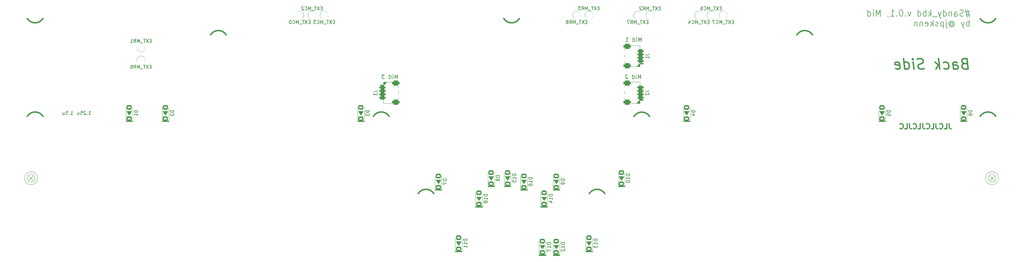
<source format=gbo>
G04 #@! TF.GenerationSoftware,KiCad,Pcbnew,(6.0.10-0)*
G04 #@! TF.CreationDate,2023-02-22T14:57:35+09:00*
G04 #@! TF.ProjectId,Sandy_Middle,53616e64-795f-44d6-9964-646c652e6b69,v.0*
G04 #@! TF.SameCoordinates,Original*
G04 #@! TF.FileFunction,Legend,Bot*
G04 #@! TF.FilePolarity,Positive*
%FSLAX46Y46*%
G04 Gerber Fmt 4.6, Leading zero omitted, Abs format (unit mm)*
G04 Created by KiCad (PCBNEW (6.0.10-0)) date 2023-02-22 14:57:35*
%MOMM*%
%LPD*%
G01*
G04 APERTURE LIST*
G04 Aperture macros list*
%AMRoundRect*
0 Rectangle with rounded corners*
0 $1 Rounding radius*
0 $2 $3 $4 $5 $6 $7 $8 $9 X,Y pos of 4 corners*
0 Add a 4 corners polygon primitive as box body*
4,1,4,$2,$3,$4,$5,$6,$7,$8,$9,$2,$3,0*
0 Add four circle primitives for the rounded corners*
1,1,$1+$1,$2,$3*
1,1,$1+$1,$4,$5*
1,1,$1+$1,$6,$7*
1,1,$1+$1,$8,$9*
0 Add four rect primitives between the rounded corners*
20,1,$1+$1,$2,$3,$4,$5,0*
20,1,$1+$1,$4,$5,$6,$7,0*
20,1,$1+$1,$6,$7,$8,$9,0*
20,1,$1+$1,$8,$9,$2,$3,0*%
G04 Aperture macros list end*
%ADD10C,0.150000*%
%ADD11C,0.300000*%
%ADD12C,0.400000*%
%ADD13C,0.200000*%
%ADD14C,0.120000*%
%ADD15C,1.000000*%
%ADD16C,4.800000*%
%ADD17C,2.150000*%
%ADD18C,4.387800*%
%ADD19C,2.650000*%
%ADD20O,8.781998X5.734000*%
%ADD21C,1.000000*%
%ADD22C,6.496000*%
%ADD23O,1.850000X4.400000*%
%ADD24C,2.000000*%
%ADD25RoundRect,0.350000X0.625000X-0.150000X0.625000X0.150000X-0.625000X0.150000X-0.625000X-0.150000X0*%
%ADD26O,2.100000X2.100000*%
%ADD27RoundRect,0.450000X0.650000X-0.350000X0.650000X0.350000X-0.650000X0.350000X-0.650000X-0.350000X0*%
%ADD28RoundRect,0.200000X0.600000X-0.450000X0.600000X0.450000X-0.600000X0.450000X-0.600000X-0.450000X0*%
%ADD29C,2.400000*%
%ADD30RoundRect,0.350000X-0.625000X0.150000X-0.625000X-0.150000X0.625000X-0.150000X0.625000X0.150000X0*%
%ADD31RoundRect,0.450000X-0.650000X0.350000X-0.650000X-0.350000X0.650000X-0.350000X0.650000X0.350000X0*%
G04 APERTURE END LIST*
D10*
X201765577Y-43168137D02*
X201765577Y-41968137D01*
X201365577Y-42825280D01*
X200965577Y-41968137D01*
X200965577Y-43168137D01*
X200394149Y-43168137D02*
X200394149Y-42368137D01*
X200394149Y-41968137D02*
X200451292Y-42025280D01*
X200394149Y-42082422D01*
X200337006Y-42025280D01*
X200394149Y-41968137D01*
X200394149Y-42082422D01*
X199308435Y-43168137D02*
X199308435Y-41968137D01*
X199308435Y-43110994D02*
X199422720Y-43168137D01*
X199651292Y-43168137D01*
X199765577Y-43110994D01*
X199822720Y-43053851D01*
X199879863Y-42939565D01*
X199879863Y-42596708D01*
X199822720Y-42482422D01*
X199765577Y-42425280D01*
X199651292Y-42368137D01*
X199422720Y-42368137D01*
X199308435Y-42425280D01*
X197879863Y-42082422D02*
X197822720Y-42025280D01*
X197708435Y-41968137D01*
X197422720Y-41968137D01*
X197308435Y-42025280D01*
X197251292Y-42082422D01*
X197194149Y-42196708D01*
X197194149Y-42310994D01*
X197251292Y-42482422D01*
X197937006Y-43168137D01*
X197194149Y-43168137D01*
D11*
X291893006Y-56296851D02*
X291893006Y-57368280D01*
X291964435Y-57582565D01*
X292107292Y-57725422D01*
X292321577Y-57796851D01*
X292464435Y-57796851D01*
X290464435Y-57796851D02*
X291178720Y-57796851D01*
X291178720Y-56296851D01*
X289107292Y-57653994D02*
X289178720Y-57725422D01*
X289393006Y-57796851D01*
X289535863Y-57796851D01*
X289750149Y-57725422D01*
X289893006Y-57582565D01*
X289964435Y-57439708D01*
X290035863Y-57153994D01*
X290035863Y-56939708D01*
X289964435Y-56653994D01*
X289893006Y-56511137D01*
X289750149Y-56368280D01*
X289535863Y-56296851D01*
X289393006Y-56296851D01*
X289178720Y-56368280D01*
X289107292Y-56439708D01*
X288035863Y-56296851D02*
X288035863Y-57368280D01*
X288107292Y-57582565D01*
X288250149Y-57725422D01*
X288464435Y-57796851D01*
X288607292Y-57796851D01*
X286607292Y-57796851D02*
X287321577Y-57796851D01*
X287321577Y-56296851D01*
X285250149Y-57653994D02*
X285321577Y-57725422D01*
X285535863Y-57796851D01*
X285678720Y-57796851D01*
X285893006Y-57725422D01*
X286035863Y-57582565D01*
X286107292Y-57439708D01*
X286178720Y-57153994D01*
X286178720Y-56939708D01*
X286107292Y-56653994D01*
X286035863Y-56511137D01*
X285893006Y-56368280D01*
X285678720Y-56296851D01*
X285535863Y-56296851D01*
X285321577Y-56368280D01*
X285250149Y-56439708D01*
X284178720Y-56296851D02*
X284178720Y-57368280D01*
X284250149Y-57582565D01*
X284393006Y-57725422D01*
X284607292Y-57796851D01*
X284750149Y-57796851D01*
X282750149Y-57796851D02*
X283464435Y-57796851D01*
X283464435Y-56296851D01*
X281393006Y-57653994D02*
X281464435Y-57725422D01*
X281678720Y-57796851D01*
X281821577Y-57796851D01*
X282035863Y-57725422D01*
X282178720Y-57582565D01*
X282250149Y-57439708D01*
X282321577Y-57153994D01*
X282321577Y-56939708D01*
X282250149Y-56653994D01*
X282178720Y-56511137D01*
X282035863Y-56368280D01*
X281821577Y-56296851D01*
X281678720Y-56296851D01*
X281464435Y-56368280D01*
X281393006Y-56439708D01*
X280321577Y-56296851D02*
X280321577Y-57368280D01*
X280393006Y-57582565D01*
X280535863Y-57725422D01*
X280750149Y-57796851D01*
X280893006Y-57796851D01*
X278893006Y-57796851D02*
X279607292Y-57796851D01*
X279607292Y-56296851D01*
X277535863Y-57653994D02*
X277607292Y-57725422D01*
X277821577Y-57796851D01*
X277964435Y-57796851D01*
X278178720Y-57725422D01*
X278321577Y-57582565D01*
X278393006Y-57439708D01*
X278464435Y-57153994D01*
X278464435Y-56939708D01*
X278393006Y-56653994D01*
X278321577Y-56511137D01*
X278178720Y-56368280D01*
X277964435Y-56296851D01*
X277821577Y-56296851D01*
X277607292Y-56368280D01*
X277535863Y-56439708D01*
D10*
X130615577Y-43168137D02*
X130615577Y-41968137D01*
X130215577Y-42825280D01*
X129815577Y-41968137D01*
X129815577Y-43168137D01*
X129244149Y-43168137D02*
X129244149Y-42368137D01*
X129244149Y-41968137D02*
X129301292Y-42025280D01*
X129244149Y-42082422D01*
X129187006Y-42025280D01*
X129244149Y-41968137D01*
X129244149Y-42082422D01*
X128158435Y-43168137D02*
X128158435Y-41968137D01*
X128158435Y-43110994D02*
X128272720Y-43168137D01*
X128501292Y-43168137D01*
X128615577Y-43110994D01*
X128672720Y-43053851D01*
X128729863Y-42939565D01*
X128729863Y-42596708D01*
X128672720Y-42482422D01*
X128615577Y-42425280D01*
X128501292Y-42368137D01*
X128272720Y-42368137D01*
X128158435Y-42425280D01*
X126787006Y-41968137D02*
X126044149Y-41968137D01*
X126444149Y-42425280D01*
X126272720Y-42425280D01*
X126158435Y-42482422D01*
X126101292Y-42539565D01*
X126044149Y-42653851D01*
X126044149Y-42939565D01*
X126101292Y-43053851D01*
X126158435Y-43110994D01*
X126272720Y-43168137D01*
X126615577Y-43168137D01*
X126729863Y-43110994D01*
X126787006Y-43053851D01*
D12*
X296226827Y-38695369D02*
X295816113Y-38838226D01*
X295691113Y-38981083D01*
X295583970Y-39266797D01*
X295637542Y-39695369D01*
X295816113Y-39981083D01*
X295976827Y-40123940D01*
X296280399Y-40266797D01*
X297423256Y-40266797D01*
X297048256Y-37266797D01*
X296048256Y-37266797D01*
X295780399Y-37409655D01*
X295655399Y-37552512D01*
X295548256Y-37838226D01*
X295583970Y-38123940D01*
X295762542Y-38409655D01*
X295923256Y-38552512D01*
X296226827Y-38695369D01*
X297226827Y-38695369D01*
X293137542Y-40266797D02*
X292941113Y-38695369D01*
X293048256Y-38409655D01*
X293316113Y-38266797D01*
X293887542Y-38266797D01*
X294191113Y-38409655D01*
X293119685Y-40123940D02*
X293423256Y-40266797D01*
X294137542Y-40266797D01*
X294405399Y-40123940D01*
X294512542Y-39838226D01*
X294476827Y-39552512D01*
X294298256Y-39266797D01*
X293994685Y-39123940D01*
X293280399Y-39123940D01*
X292976827Y-38981083D01*
X290405399Y-40123940D02*
X290708970Y-40266797D01*
X291280399Y-40266797D01*
X291548256Y-40123940D01*
X291673256Y-39981083D01*
X291780399Y-39695369D01*
X291673256Y-38838226D01*
X291494685Y-38552512D01*
X291333970Y-38409655D01*
X291030399Y-38266797D01*
X290458970Y-38266797D01*
X290191113Y-38409655D01*
X289137542Y-40266797D02*
X288762542Y-37266797D01*
X288708970Y-39123940D02*
X287994685Y-40266797D01*
X287744685Y-38266797D02*
X289030399Y-39409655D01*
X284548256Y-40123940D02*
X284137542Y-40266797D01*
X283423256Y-40266797D01*
X283119685Y-40123940D01*
X282958970Y-39981083D01*
X282780399Y-39695369D01*
X282744685Y-39409655D01*
X282851827Y-39123940D01*
X282976827Y-38981083D01*
X283244685Y-38838226D01*
X283798256Y-38695369D01*
X284066113Y-38552512D01*
X284191113Y-38409655D01*
X284298256Y-38123940D01*
X284262542Y-37838226D01*
X284083970Y-37552512D01*
X283923256Y-37409655D01*
X283619685Y-37266797D01*
X282905399Y-37266797D01*
X282494685Y-37409655D01*
X281566113Y-40266797D02*
X281316113Y-38266797D01*
X281191113Y-37266797D02*
X281351827Y-37409655D01*
X281226827Y-37552512D01*
X281066113Y-37409655D01*
X281191113Y-37266797D01*
X281226827Y-37552512D01*
X278851827Y-40266797D02*
X278476827Y-37266797D01*
X278833970Y-40123940D02*
X279137542Y-40266797D01*
X279708970Y-40266797D01*
X279976827Y-40123940D01*
X280101827Y-39981083D01*
X280208970Y-39695369D01*
X280101827Y-38838226D01*
X279923256Y-38552512D01*
X279762542Y-38409655D01*
X279458970Y-38266797D01*
X278887542Y-38266797D01*
X278619685Y-38409655D01*
X276262542Y-40123940D02*
X276566113Y-40266797D01*
X277137542Y-40266797D01*
X277405399Y-40123940D01*
X277512542Y-39838226D01*
X277369685Y-38695369D01*
X277191113Y-38409655D01*
X276887542Y-38266797D01*
X276316113Y-38266797D01*
X276048256Y-38409655D01*
X275941113Y-38695369D01*
X275976827Y-38981083D01*
X277441113Y-39266797D01*
D10*
X201909327Y-32308762D02*
X201909327Y-31108762D01*
X201509327Y-31965905D01*
X201109327Y-31108762D01*
X201109327Y-32308762D01*
X200537899Y-32308762D02*
X200537899Y-31508762D01*
X200537899Y-31108762D02*
X200595042Y-31165905D01*
X200537899Y-31223047D01*
X200480756Y-31165905D01*
X200537899Y-31108762D01*
X200537899Y-31223047D01*
X199452185Y-32308762D02*
X199452185Y-31108762D01*
X199452185Y-32251619D02*
X199566470Y-32308762D01*
X199795042Y-32308762D01*
X199909327Y-32251619D01*
X199966470Y-32194476D01*
X200023613Y-32080190D01*
X200023613Y-31737333D01*
X199966470Y-31623047D01*
X199909327Y-31565905D01*
X199795042Y-31508762D01*
X199566470Y-31508762D01*
X199452185Y-31565905D01*
X197337899Y-32308762D02*
X198023613Y-32308762D01*
X197680756Y-32308762D02*
X197680756Y-31108762D01*
X197795042Y-31280190D01*
X197909327Y-31394476D01*
X198023613Y-31451619D01*
D13*
X297826577Y-23660565D02*
X296540863Y-23660565D01*
X297312292Y-22889137D02*
X297826577Y-25203422D01*
X296712292Y-24431994D02*
X297998006Y-24431994D01*
X297226577Y-25203422D02*
X296712292Y-22889137D01*
X296026577Y-24774851D02*
X295769435Y-24860565D01*
X295340863Y-24860565D01*
X295169435Y-24774851D01*
X295083720Y-24689137D01*
X294998006Y-24517708D01*
X294998006Y-24346280D01*
X295083720Y-24174851D01*
X295169435Y-24089137D01*
X295340863Y-24003422D01*
X295683720Y-23917708D01*
X295855149Y-23831994D01*
X295940863Y-23746280D01*
X296026577Y-23574851D01*
X296026577Y-23403422D01*
X295940863Y-23231994D01*
X295855149Y-23146280D01*
X295683720Y-23060565D01*
X295255149Y-23060565D01*
X294998006Y-23146280D01*
X293455149Y-24860565D02*
X293455149Y-23917708D01*
X293540863Y-23746280D01*
X293712292Y-23660565D01*
X294055149Y-23660565D01*
X294226577Y-23746280D01*
X293455149Y-24774851D02*
X293626577Y-24860565D01*
X294055149Y-24860565D01*
X294226577Y-24774851D01*
X294312292Y-24603422D01*
X294312292Y-24431994D01*
X294226577Y-24260565D01*
X294055149Y-24174851D01*
X293626577Y-24174851D01*
X293455149Y-24089137D01*
X292598006Y-23660565D02*
X292598006Y-24860565D01*
X292598006Y-23831994D02*
X292512292Y-23746280D01*
X292340863Y-23660565D01*
X292083720Y-23660565D01*
X291912292Y-23746280D01*
X291826577Y-23917708D01*
X291826577Y-24860565D01*
X290198006Y-24860565D02*
X290198006Y-23060565D01*
X290198006Y-24774851D02*
X290369435Y-24860565D01*
X290712292Y-24860565D01*
X290883720Y-24774851D01*
X290969435Y-24689137D01*
X291055149Y-24517708D01*
X291055149Y-24003422D01*
X290969435Y-23831994D01*
X290883720Y-23746280D01*
X290712292Y-23660565D01*
X290369435Y-23660565D01*
X290198006Y-23746280D01*
X289512292Y-23660565D02*
X289083720Y-24860565D01*
X288655149Y-23660565D02*
X289083720Y-24860565D01*
X289255149Y-25289137D01*
X289340863Y-25374851D01*
X289512292Y-25460565D01*
X288398006Y-25031994D02*
X287026577Y-25031994D01*
X286598006Y-24860565D02*
X286598006Y-23060565D01*
X286426577Y-24174851D02*
X285912292Y-24860565D01*
X285912292Y-23660565D02*
X286598006Y-24346280D01*
X285140863Y-24860565D02*
X285140863Y-23060565D01*
X285140863Y-23746280D02*
X284969435Y-23660565D01*
X284626577Y-23660565D01*
X284455149Y-23746280D01*
X284369435Y-23831994D01*
X284283720Y-24003422D01*
X284283720Y-24517708D01*
X284369435Y-24689137D01*
X284455149Y-24774851D01*
X284626577Y-24860565D01*
X284969435Y-24860565D01*
X285140863Y-24774851D01*
X282740863Y-24860565D02*
X282740863Y-23060565D01*
X282740863Y-24774851D02*
X282912292Y-24860565D01*
X283255149Y-24860565D01*
X283426577Y-24774851D01*
X283512292Y-24689137D01*
X283598006Y-24517708D01*
X283598006Y-24003422D01*
X283512292Y-23831994D01*
X283426577Y-23746280D01*
X283255149Y-23660565D01*
X282912292Y-23660565D01*
X282740863Y-23746280D01*
X280683720Y-23660565D02*
X280255149Y-24860565D01*
X279826577Y-23660565D01*
X279140863Y-24689137D02*
X279055149Y-24774851D01*
X279140863Y-24860565D01*
X279226577Y-24774851D01*
X279140863Y-24689137D01*
X279140863Y-24860565D01*
X277940863Y-23060565D02*
X277769435Y-23060565D01*
X277598006Y-23146280D01*
X277512292Y-23231994D01*
X277426577Y-23403422D01*
X277340863Y-23746280D01*
X277340863Y-24174851D01*
X277426577Y-24517708D01*
X277512292Y-24689137D01*
X277598006Y-24774851D01*
X277769435Y-24860565D01*
X277940863Y-24860565D01*
X278112292Y-24774851D01*
X278198006Y-24689137D01*
X278283720Y-24517708D01*
X278369435Y-24174851D01*
X278369435Y-23746280D01*
X278283720Y-23403422D01*
X278198006Y-23231994D01*
X278112292Y-23146280D01*
X277940863Y-23060565D01*
X276569435Y-24689137D02*
X276483720Y-24774851D01*
X276569435Y-24860565D01*
X276655149Y-24774851D01*
X276569435Y-24689137D01*
X276569435Y-24860565D01*
X274769435Y-24860565D02*
X275798006Y-24860565D01*
X275283720Y-24860565D02*
X275283720Y-23060565D01*
X275455149Y-23317708D01*
X275626577Y-23489137D01*
X275798006Y-23574851D01*
X273912292Y-24774851D02*
X273912292Y-24860565D01*
X273998006Y-25031994D01*
X274083720Y-25117708D01*
X271769435Y-24860565D02*
X271769435Y-23060565D01*
X271169435Y-24346280D01*
X270569435Y-23060565D01*
X270569435Y-24860565D01*
X269712292Y-24860565D02*
X269712292Y-23660565D01*
X269712292Y-23060565D02*
X269798006Y-23146280D01*
X269712292Y-23231994D01*
X269626577Y-23146280D01*
X269712292Y-23060565D01*
X269712292Y-23231994D01*
X268083720Y-24860565D02*
X268083720Y-23060565D01*
X268083720Y-24774851D02*
X268255149Y-24860565D01*
X268598006Y-24860565D01*
X268769435Y-24774851D01*
X268855149Y-24689137D01*
X268940863Y-24517708D01*
X268940863Y-24003422D01*
X268855149Y-23831994D01*
X268769435Y-23746280D01*
X268598006Y-23660565D01*
X268255149Y-23660565D01*
X268083720Y-23746280D01*
X297740863Y-27758565D02*
X297740863Y-25958565D01*
X297740863Y-26644280D02*
X297569435Y-26558565D01*
X297226577Y-26558565D01*
X297055149Y-26644280D01*
X296969435Y-26729994D01*
X296883720Y-26901422D01*
X296883720Y-27415708D01*
X296969435Y-27587137D01*
X297055149Y-27672851D01*
X297226577Y-27758565D01*
X297569435Y-27758565D01*
X297740863Y-27672851D01*
X296283720Y-26558565D02*
X295855149Y-27758565D01*
X295426577Y-26558565D02*
X295855149Y-27758565D01*
X296026577Y-28187137D01*
X296112292Y-28272851D01*
X296283720Y-28358565D01*
X292255149Y-26901422D02*
X292340863Y-26815708D01*
X292512292Y-26729994D01*
X292683720Y-26729994D01*
X292855149Y-26815708D01*
X292940863Y-26901422D01*
X293026577Y-27072851D01*
X293026577Y-27244280D01*
X292940863Y-27415708D01*
X292855149Y-27501422D01*
X292683720Y-27587137D01*
X292512292Y-27587137D01*
X292340863Y-27501422D01*
X292255149Y-27415708D01*
X292255149Y-26729994D02*
X292255149Y-27415708D01*
X292169435Y-27501422D01*
X292083720Y-27501422D01*
X291912292Y-27415708D01*
X291826577Y-27244280D01*
X291826577Y-26815708D01*
X291998006Y-26558565D01*
X292255149Y-26387137D01*
X292598006Y-26301422D01*
X292940863Y-26387137D01*
X293198006Y-26558565D01*
X293369435Y-26815708D01*
X293455149Y-27158565D01*
X293369435Y-27501422D01*
X293198006Y-27758565D01*
X292940863Y-27929994D01*
X292598006Y-28015708D01*
X292255149Y-27929994D01*
X291998006Y-27758565D01*
X291055149Y-26558565D02*
X291055149Y-28101422D01*
X291140863Y-28272851D01*
X291312292Y-28358565D01*
X291398006Y-28358565D01*
X291055149Y-25958565D02*
X291140863Y-26044280D01*
X291055149Y-26129994D01*
X290969435Y-26044280D01*
X291055149Y-25958565D01*
X291055149Y-26129994D01*
X290198006Y-26558565D02*
X290198006Y-28358565D01*
X290198006Y-26644280D02*
X290026577Y-26558565D01*
X289683720Y-26558565D01*
X289512292Y-26644280D01*
X289426577Y-26729994D01*
X289340863Y-26901422D01*
X289340863Y-27415708D01*
X289426577Y-27587137D01*
X289512292Y-27672851D01*
X289683720Y-27758565D01*
X290026577Y-27758565D01*
X290198006Y-27672851D01*
X288655149Y-27672851D02*
X288483720Y-27758565D01*
X288140863Y-27758565D01*
X287969435Y-27672851D01*
X287883720Y-27501422D01*
X287883720Y-27415708D01*
X287969435Y-27244280D01*
X288140863Y-27158565D01*
X288398006Y-27158565D01*
X288569435Y-27072851D01*
X288655149Y-26901422D01*
X288655149Y-26815708D01*
X288569435Y-26644280D01*
X288398006Y-26558565D01*
X288140863Y-26558565D01*
X287969435Y-26644280D01*
X287112292Y-27758565D02*
X287112292Y-25958565D01*
X286940863Y-27072851D02*
X286426577Y-27758565D01*
X286426577Y-26558565D02*
X287112292Y-27244280D01*
X284969435Y-27672851D02*
X285140863Y-27758565D01*
X285483720Y-27758565D01*
X285655149Y-27672851D01*
X285740863Y-27501422D01*
X285740863Y-26815708D01*
X285655149Y-26644280D01*
X285483720Y-26558565D01*
X285140863Y-26558565D01*
X284969435Y-26644280D01*
X284883720Y-26815708D01*
X284883720Y-26987137D01*
X285740863Y-27158565D01*
X284112292Y-26558565D02*
X284112292Y-27758565D01*
X284112292Y-26729994D02*
X284026577Y-26644280D01*
X283855149Y-26558565D01*
X283598006Y-26558565D01*
X283426577Y-26644280D01*
X283340863Y-26815708D01*
X283340863Y-27758565D01*
X282483720Y-26558565D02*
X282483720Y-27758565D01*
X282483720Y-26729994D02*
X282398006Y-26644280D01*
X282226577Y-26558565D01*
X281969435Y-26558565D01*
X281798006Y-26644280D01*
X281712292Y-26815708D01*
X281712292Y-27758565D01*
D10*
X40274952Y-53649535D02*
X40846381Y-53649535D01*
X40560667Y-53649535D02*
X40560667Y-52649535D01*
X40655905Y-52792393D01*
X40751143Y-52887631D01*
X40846381Y-52935250D01*
X39846381Y-53554297D02*
X39798762Y-53601916D01*
X39846381Y-53649535D01*
X39894000Y-53601916D01*
X39846381Y-53554297D01*
X39846381Y-53649535D01*
X39417810Y-52744774D02*
X39370190Y-52697155D01*
X39274952Y-52649535D01*
X39036857Y-52649535D01*
X38941619Y-52697155D01*
X38894000Y-52744774D01*
X38846381Y-52840012D01*
X38846381Y-52935250D01*
X38894000Y-53078107D01*
X39465429Y-53649535D01*
X38846381Y-53649535D01*
X37941619Y-52649535D02*
X38417810Y-52649535D01*
X38465429Y-53125726D01*
X38417810Y-53078107D01*
X38322571Y-53030488D01*
X38084476Y-53030488D01*
X37989238Y-53078107D01*
X37941619Y-53125726D01*
X37894000Y-53220964D01*
X37894000Y-53459059D01*
X37941619Y-53554297D01*
X37989238Y-53601916D01*
X38084476Y-53649535D01*
X38322571Y-53649535D01*
X38417810Y-53601916D01*
X38465429Y-53554297D01*
X37036857Y-52982869D02*
X37036857Y-53649535D01*
X37465429Y-52982869D02*
X37465429Y-53506678D01*
X37417810Y-53601916D01*
X37322571Y-53649535D01*
X37179714Y-53649535D01*
X37084476Y-53601916D01*
X37036857Y-53554297D01*
X35036262Y-53649535D02*
X35607690Y-53649535D01*
X35321976Y-53649535D02*
X35321976Y-52649535D01*
X35417214Y-52792393D01*
X35512452Y-52887631D01*
X35607690Y-52935250D01*
X34607690Y-53554297D02*
X34560071Y-53601916D01*
X34607690Y-53649535D01*
X34655310Y-53601916D01*
X34607690Y-53554297D01*
X34607690Y-53649535D01*
X33655310Y-52649535D02*
X34131500Y-52649535D01*
X34179119Y-53125726D01*
X34131500Y-53078107D01*
X34036262Y-53030488D01*
X33798167Y-53030488D01*
X33702929Y-53078107D01*
X33655310Y-53125726D01*
X33607690Y-53220964D01*
X33607690Y-53459059D01*
X33655310Y-53554297D01*
X33702929Y-53601916D01*
X33798167Y-53649535D01*
X34036262Y-53649535D01*
X34131500Y-53601916D01*
X34179119Y-53554297D01*
X32750548Y-52982869D02*
X32750548Y-53649535D01*
X33179119Y-52982869D02*
X33179119Y-53506678D01*
X33131500Y-53601916D01*
X33036262Y-53649535D01*
X32893405Y-53649535D01*
X32798167Y-53601916D01*
X32750548Y-53554297D01*
X203084565Y-46910696D02*
X203798851Y-46910696D01*
X203941708Y-46863077D01*
X204036946Y-46767839D01*
X204084565Y-46624982D01*
X204084565Y-46529744D01*
X203179804Y-47339268D02*
X203132185Y-47386887D01*
X203084565Y-47482125D01*
X203084565Y-47720220D01*
X203132185Y-47815458D01*
X203179804Y-47863077D01*
X203275042Y-47910696D01*
X203370280Y-47910696D01*
X203513137Y-47863077D01*
X204084565Y-47291649D01*
X204084565Y-47910696D01*
X54610815Y-52459059D02*
X53610815Y-52459059D01*
X53610815Y-52697155D01*
X53658435Y-52840012D01*
X53753673Y-52935250D01*
X53848911Y-52982869D01*
X54039387Y-53030488D01*
X54182244Y-53030488D01*
X54372720Y-52982869D01*
X54467958Y-52935250D01*
X54563196Y-52840012D01*
X54610815Y-52697155D01*
X54610815Y-52459059D01*
X54610815Y-53982869D02*
X54610815Y-53411440D01*
X54610815Y-53697155D02*
X53610815Y-53697155D01*
X53753673Y-53601916D01*
X53848911Y-53506678D01*
X53896530Y-53411440D01*
X185983435Y-26548726D02*
X185650101Y-26548726D01*
X185507244Y-27072535D02*
X185983435Y-27072535D01*
X185983435Y-26072535D01*
X185507244Y-26072535D01*
X185173911Y-26072535D02*
X184507244Y-27072535D01*
X184507244Y-26072535D02*
X185173911Y-27072535D01*
X184269149Y-26072535D02*
X183697720Y-26072535D01*
X183983435Y-27072535D02*
X183983435Y-26072535D01*
X183602482Y-27167774D02*
X182840577Y-27167774D01*
X182602482Y-27072535D02*
X182602482Y-26072535D01*
X182269149Y-26786821D01*
X181935815Y-26072535D01*
X181935815Y-27072535D01*
X180888196Y-27072535D02*
X181221530Y-26596345D01*
X181459625Y-27072535D02*
X181459625Y-26072535D01*
X181078673Y-26072535D01*
X180983435Y-26120155D01*
X180935815Y-26167774D01*
X180888196Y-26263012D01*
X180888196Y-26405869D01*
X180935815Y-26501107D01*
X180983435Y-26548726D01*
X181078673Y-26596345D01*
X181459625Y-26596345D01*
X180316768Y-26501107D02*
X180412006Y-26453488D01*
X180459625Y-26405869D01*
X180507244Y-26310631D01*
X180507244Y-26263012D01*
X180459625Y-26167774D01*
X180412006Y-26120155D01*
X180316768Y-26072535D01*
X180126292Y-26072535D01*
X180031054Y-26120155D01*
X179983435Y-26167774D01*
X179935815Y-26263012D01*
X179935815Y-26310631D01*
X179983435Y-26405869D01*
X180031054Y-26453488D01*
X180126292Y-26501107D01*
X180316768Y-26501107D01*
X180412006Y-26548726D01*
X180459625Y-26596345D01*
X180507244Y-26691583D01*
X180507244Y-26882059D01*
X180459625Y-26977297D01*
X180412006Y-27024916D01*
X180316768Y-27072535D01*
X180126292Y-27072535D01*
X180031054Y-27024916D01*
X179983435Y-26977297D01*
X179935815Y-26882059D01*
X179935815Y-26691583D01*
X179983435Y-26596345D01*
X180031054Y-26548726D01*
X180126292Y-26501107D01*
X105020935Y-26548726D02*
X104687601Y-26548726D01*
X104544744Y-27072535D02*
X105020935Y-27072535D01*
X105020935Y-26072535D01*
X104544744Y-26072535D01*
X104211411Y-26072535D02*
X103544744Y-27072535D01*
X103544744Y-26072535D02*
X104211411Y-27072535D01*
X103306649Y-26072535D02*
X102735220Y-26072535D01*
X103020935Y-27072535D02*
X103020935Y-26072535D01*
X102639982Y-27167774D02*
X101878077Y-27167774D01*
X101639982Y-27072535D02*
X101639982Y-26072535D01*
X101306649Y-26786821D01*
X100973315Y-26072535D01*
X100973315Y-27072535D01*
X99925696Y-26977297D02*
X99973315Y-27024916D01*
X100116173Y-27072535D01*
X100211411Y-27072535D01*
X100354268Y-27024916D01*
X100449506Y-26929678D01*
X100497125Y-26834440D01*
X100544744Y-26643964D01*
X100544744Y-26501107D01*
X100497125Y-26310631D01*
X100449506Y-26215393D01*
X100354268Y-26120155D01*
X100211411Y-26072535D01*
X100116173Y-26072535D01*
X99973315Y-26120155D01*
X99925696Y-26167774D01*
X99306649Y-26072535D02*
X99211411Y-26072535D01*
X99116173Y-26120155D01*
X99068554Y-26167774D01*
X99020935Y-26263012D01*
X98973315Y-26453488D01*
X98973315Y-26691583D01*
X99020935Y-26882059D01*
X99068554Y-26977297D01*
X99116173Y-27024916D01*
X99211411Y-27072535D01*
X99306649Y-27072535D01*
X99401887Y-27024916D01*
X99449506Y-26977297D01*
X99497125Y-26882059D01*
X99544744Y-26691583D01*
X99544744Y-26453488D01*
X99497125Y-26263012D01*
X99449506Y-26167774D01*
X99401887Y-26120155D01*
X99306649Y-26072535D01*
X217582690Y-52459059D02*
X216582690Y-52459059D01*
X216582690Y-52697155D01*
X216630310Y-52840012D01*
X216725548Y-52935250D01*
X216820786Y-52982869D01*
X217011262Y-53030488D01*
X217154119Y-53030488D01*
X217344595Y-52982869D01*
X217439833Y-52935250D01*
X217535071Y-52840012D01*
X217582690Y-52697155D01*
X217582690Y-52459059D01*
X216916024Y-53887631D02*
X217582690Y-53887631D01*
X216535071Y-53649535D02*
X217249357Y-53411440D01*
X217249357Y-54030488D01*
X298545190Y-52459059D02*
X297545190Y-52459059D01*
X297545190Y-52697155D01*
X297592810Y-52840012D01*
X297688048Y-52935250D01*
X297783286Y-52982869D01*
X297973762Y-53030488D01*
X298116619Y-53030488D01*
X298307095Y-52982869D01*
X298402333Y-52935250D01*
X298497571Y-52840012D01*
X298545190Y-52697155D01*
X298545190Y-52459059D01*
X297545190Y-53887631D02*
X297545190Y-53697155D01*
X297592810Y-53601916D01*
X297640429Y-53554297D01*
X297783286Y-53459059D01*
X297973762Y-53411440D01*
X298354714Y-53411440D01*
X298449952Y-53459059D01*
X298497571Y-53506678D01*
X298545190Y-53601916D01*
X298545190Y-53792393D01*
X298497571Y-53887631D01*
X298449952Y-53935250D01*
X298354714Y-53982869D01*
X298116619Y-53982869D01*
X298021381Y-53935250D01*
X297973762Y-53887631D01*
X297926143Y-53792393D01*
X297926143Y-53601916D01*
X297973762Y-53506678D01*
X298021381Y-53459059D01*
X298116619Y-53411440D01*
X175870190Y-76985994D02*
X174870190Y-76985994D01*
X174870190Y-77224089D01*
X174917810Y-77366946D01*
X175013048Y-77462184D01*
X175108286Y-77509803D01*
X175298762Y-77557422D01*
X175441619Y-77557422D01*
X175632095Y-77509803D01*
X175727333Y-77462184D01*
X175822571Y-77366946D01*
X175870190Y-77224089D01*
X175870190Y-76985994D01*
X175870190Y-78509803D02*
X175870190Y-77938375D01*
X175870190Y-78224089D02*
X174870190Y-78224089D01*
X175013048Y-78128851D01*
X175108286Y-78033613D01*
X175155905Y-77938375D01*
X175203524Y-79366946D02*
X175870190Y-79366946D01*
X174822571Y-79128851D02*
X175536857Y-78890756D01*
X175536857Y-79509803D01*
X189007690Y-90082869D02*
X188007690Y-90082869D01*
X188007690Y-90320964D01*
X188055310Y-90463821D01*
X188150548Y-90559059D01*
X188245786Y-90606678D01*
X188436262Y-90654297D01*
X188579119Y-90654297D01*
X188769595Y-90606678D01*
X188864833Y-90559059D01*
X188960071Y-90463821D01*
X189007690Y-90320964D01*
X189007690Y-90082869D01*
X189007690Y-91606678D02*
X189007690Y-91035250D01*
X189007690Y-91320964D02*
X188007690Y-91320964D01*
X188150548Y-91225726D01*
X188245786Y-91130488D01*
X188293405Y-91035250D01*
X188007690Y-91940012D02*
X188007690Y-92559059D01*
X188388643Y-92225726D01*
X188388643Y-92368583D01*
X188436262Y-92463821D01*
X188483881Y-92511440D01*
X188579119Y-92559059D01*
X188817214Y-92559059D01*
X188912452Y-92511440D01*
X188960071Y-92463821D01*
X189007690Y-92368583D01*
X189007690Y-92082869D01*
X188960071Y-91987631D01*
X188912452Y-91940012D01*
X179482690Y-91132869D02*
X178482690Y-91132869D01*
X178482690Y-91370964D01*
X178530310Y-91513821D01*
X178625548Y-91609059D01*
X178720786Y-91656678D01*
X178911262Y-91704297D01*
X179054119Y-91704297D01*
X179244595Y-91656678D01*
X179339833Y-91609059D01*
X179435071Y-91513821D01*
X179482690Y-91370964D01*
X179482690Y-91132869D01*
X179482690Y-92656678D02*
X179482690Y-92085250D01*
X179482690Y-92370964D02*
X178482690Y-92370964D01*
X178625548Y-92275726D01*
X178720786Y-92180488D01*
X178768405Y-92085250D01*
X178577929Y-93037631D02*
X178530310Y-93085250D01*
X178482690Y-93180488D01*
X178482690Y-93418583D01*
X178530310Y-93513821D01*
X178577929Y-93561440D01*
X178673167Y-93609059D01*
X178768405Y-93609059D01*
X178911262Y-93561440D01*
X179482690Y-92990012D01*
X179482690Y-93609059D01*
X169957690Y-72036994D02*
X168957690Y-72036994D01*
X168957690Y-72275089D01*
X169005310Y-72417946D01*
X169100548Y-72513184D01*
X169195786Y-72560803D01*
X169386262Y-72608422D01*
X169529119Y-72608422D01*
X169719595Y-72560803D01*
X169814833Y-72513184D01*
X169910071Y-72417946D01*
X169957690Y-72275089D01*
X169957690Y-72036994D01*
X169957690Y-73560803D02*
X169957690Y-72989375D01*
X169957690Y-73275089D02*
X168957690Y-73275089D01*
X169100548Y-73179851D01*
X169195786Y-73084613D01*
X169243405Y-72989375D01*
X168957690Y-74417946D02*
X168957690Y-74227470D01*
X169005310Y-74132232D01*
X169052929Y-74084613D01*
X169195786Y-73989375D01*
X169386262Y-73941756D01*
X169767214Y-73941756D01*
X169862452Y-73989375D01*
X169910071Y-74036994D01*
X169957690Y-74132232D01*
X169957690Y-74322708D01*
X169910071Y-74417946D01*
X169862452Y-74465565D01*
X169767214Y-74513184D01*
X169529119Y-74513184D01*
X169433881Y-74465565D01*
X169386262Y-74417946D01*
X169338643Y-74322708D01*
X169338643Y-74132232D01*
X169386262Y-74036994D01*
X169433881Y-73989375D01*
X169529119Y-73941756D01*
X156860815Y-76985994D02*
X155860815Y-76985994D01*
X155860815Y-77224089D01*
X155908435Y-77366946D01*
X156003673Y-77462184D01*
X156098911Y-77509803D01*
X156289387Y-77557422D01*
X156432244Y-77557422D01*
X156622720Y-77509803D01*
X156717958Y-77462184D01*
X156813196Y-77366946D01*
X156860815Y-77224089D01*
X156860815Y-76985994D01*
X156860815Y-78509803D02*
X156860815Y-77938375D01*
X156860815Y-78224089D02*
X155860815Y-78224089D01*
X156003673Y-78128851D01*
X156098911Y-78033613D01*
X156146530Y-77938375D01*
X156289387Y-79081232D02*
X156241768Y-78985994D01*
X156194149Y-78938375D01*
X156098911Y-78890756D01*
X156051292Y-78890756D01*
X155956054Y-78938375D01*
X155908435Y-78985994D01*
X155860815Y-79081232D01*
X155860815Y-79271708D01*
X155908435Y-79366946D01*
X155956054Y-79414565D01*
X156051292Y-79462184D01*
X156098911Y-79462184D01*
X156194149Y-79414565D01*
X156241768Y-79366946D01*
X156289387Y-79271708D01*
X156289387Y-79081232D01*
X156337006Y-78985994D01*
X156384625Y-78938375D01*
X156479863Y-78890756D01*
X156670339Y-78890756D01*
X156765577Y-78938375D01*
X156813196Y-78985994D01*
X156860815Y-79081232D01*
X156860815Y-79271708D01*
X156813196Y-79366946D01*
X156765577Y-79414565D01*
X156670339Y-79462184D01*
X156479863Y-79462184D01*
X156384625Y-79414565D01*
X156337006Y-79366946D01*
X156289387Y-79271708D01*
X198532690Y-71032869D02*
X197532690Y-71032869D01*
X197532690Y-71270964D01*
X197580310Y-71413821D01*
X197675548Y-71509059D01*
X197770786Y-71556678D01*
X197961262Y-71604297D01*
X198104119Y-71604297D01*
X198294595Y-71556678D01*
X198389833Y-71509059D01*
X198485071Y-71413821D01*
X198532690Y-71270964D01*
X198532690Y-71032869D01*
X198532690Y-72556678D02*
X198532690Y-71985250D01*
X198532690Y-72270964D02*
X197532690Y-72270964D01*
X197675548Y-72175726D01*
X197770786Y-72080488D01*
X197818405Y-71985250D01*
X197532690Y-73175726D02*
X197532690Y-73270964D01*
X197580310Y-73366202D01*
X197627929Y-73413821D01*
X197723167Y-73461440D01*
X197913643Y-73509059D01*
X198151738Y-73509059D01*
X198342214Y-73461440D01*
X198437452Y-73413821D01*
X198485071Y-73366202D01*
X198532690Y-73270964D01*
X198532690Y-73175726D01*
X198485071Y-73080488D01*
X198437452Y-73032869D01*
X198342214Y-72985250D01*
X198151738Y-72937631D01*
X197913643Y-72937631D01*
X197723167Y-72985250D01*
X197627929Y-73032869D01*
X197580310Y-73080488D01*
X197532690Y-73175726D01*
X122332690Y-52459059D02*
X121332690Y-52459059D01*
X121332690Y-52697155D01*
X121380310Y-52840012D01*
X121475548Y-52935250D01*
X121570786Y-52982869D01*
X121761262Y-53030488D01*
X121904119Y-53030488D01*
X122094595Y-52982869D01*
X122189833Y-52935250D01*
X122285071Y-52840012D01*
X122332690Y-52697155D01*
X122332690Y-52459059D01*
X121332690Y-53363821D02*
X121332690Y-53982869D01*
X121713643Y-53649535D01*
X121713643Y-53792393D01*
X121761262Y-53887631D01*
X121808881Y-53935250D01*
X121904119Y-53982869D01*
X122142214Y-53982869D01*
X122237452Y-53935250D01*
X122285071Y-53887631D01*
X122332690Y-53792393D01*
X122332690Y-53506678D01*
X122285071Y-53411440D01*
X122237452Y-53363821D01*
X58586560Y-39645601D02*
X58253226Y-39645601D01*
X58110369Y-40169410D02*
X58586560Y-40169410D01*
X58586560Y-39169410D01*
X58110369Y-39169410D01*
X57777036Y-39169410D02*
X57110369Y-40169410D01*
X57110369Y-39169410D02*
X57777036Y-40169410D01*
X56872274Y-39169410D02*
X56300845Y-39169410D01*
X56586560Y-40169410D02*
X56586560Y-39169410D01*
X56205607Y-40264649D02*
X55443702Y-40264649D01*
X55205607Y-40169410D02*
X55205607Y-39169410D01*
X54872274Y-39883696D01*
X54538940Y-39169410D01*
X54538940Y-40169410D01*
X53491321Y-40169410D02*
X53824655Y-39693220D01*
X54062750Y-40169410D02*
X54062750Y-39169410D01*
X53681798Y-39169410D01*
X53586560Y-39217030D01*
X53538940Y-39264649D01*
X53491321Y-39359887D01*
X53491321Y-39502744D01*
X53538940Y-39597982D01*
X53586560Y-39645601D01*
X53681798Y-39693220D01*
X54062750Y-39693220D01*
X52634179Y-39169410D02*
X52824655Y-39169410D01*
X52919893Y-39217030D01*
X52967512Y-39264649D01*
X53062750Y-39407506D01*
X53110369Y-39597982D01*
X53110369Y-39978934D01*
X53062750Y-40074172D01*
X53015131Y-40121791D01*
X52919893Y-40169410D01*
X52729417Y-40169410D01*
X52634179Y-40121791D01*
X52586560Y-40074172D01*
X52538940Y-39978934D01*
X52538940Y-39740839D01*
X52586560Y-39645601D01*
X52634179Y-39597982D01*
X52729417Y-39550363D01*
X52919893Y-39550363D01*
X53015131Y-39597982D01*
X53062750Y-39645601D01*
X53110369Y-39740839D01*
X144954565Y-72509184D02*
X143954565Y-72509184D01*
X143954565Y-72747280D01*
X144002185Y-72890137D01*
X144097423Y-72985375D01*
X144192661Y-73032994D01*
X144383137Y-73080613D01*
X144525994Y-73080613D01*
X144716470Y-73032994D01*
X144811708Y-72985375D01*
X144906946Y-72890137D01*
X144954565Y-72747280D01*
X144954565Y-72509184D01*
X143954565Y-73413946D02*
X143954565Y-74080613D01*
X144954565Y-73652041D01*
X150907690Y-90082869D02*
X149907690Y-90082869D01*
X149907690Y-90320964D01*
X149955310Y-90463821D01*
X150050548Y-90559059D01*
X150145786Y-90606678D01*
X150336262Y-90654297D01*
X150479119Y-90654297D01*
X150669595Y-90606678D01*
X150764833Y-90559059D01*
X150860071Y-90463821D01*
X150907690Y-90320964D01*
X150907690Y-90082869D01*
X150907690Y-91606678D02*
X150907690Y-91035250D01*
X150907690Y-91320964D02*
X149907690Y-91320964D01*
X150050548Y-91225726D01*
X150145786Y-91130488D01*
X150193405Y-91035250D01*
X150907690Y-92559059D02*
X150907690Y-91987631D01*
X150907690Y-92273345D02*
X149907690Y-92273345D01*
X150050548Y-92178107D01*
X150145786Y-92082869D01*
X150193405Y-91987631D01*
X108592810Y-22552726D02*
X108259476Y-22552726D01*
X108116619Y-23076535D02*
X108592810Y-23076535D01*
X108592810Y-22076535D01*
X108116619Y-22076535D01*
X107783286Y-22076535D02*
X107116619Y-23076535D01*
X107116619Y-22076535D02*
X107783286Y-23076535D01*
X106878524Y-22076535D02*
X106307095Y-22076535D01*
X106592810Y-23076535D02*
X106592810Y-22076535D01*
X106211857Y-23171774D02*
X105449952Y-23171774D01*
X105211857Y-23076535D02*
X105211857Y-22076535D01*
X104878524Y-22790821D01*
X104545190Y-22076535D01*
X104545190Y-23076535D01*
X103497571Y-22981297D02*
X103545190Y-23028916D01*
X103688048Y-23076535D01*
X103783286Y-23076535D01*
X103926143Y-23028916D01*
X104021381Y-22933678D01*
X104069000Y-22838440D01*
X104116619Y-22647964D01*
X104116619Y-22505107D01*
X104069000Y-22314631D01*
X104021381Y-22219393D01*
X103926143Y-22124155D01*
X103783286Y-22076535D01*
X103688048Y-22076535D01*
X103545190Y-22124155D01*
X103497571Y-22171774D01*
X103116619Y-22171774D02*
X103069000Y-22124155D01*
X102973762Y-22076535D01*
X102735667Y-22076535D01*
X102640429Y-22124155D01*
X102592810Y-22171774D01*
X102545190Y-22267012D01*
X102545190Y-22362250D01*
X102592810Y-22505107D01*
X103164238Y-23076535D01*
X102545190Y-23076535D01*
X58586560Y-32077726D02*
X58253226Y-32077726D01*
X58110369Y-32601535D02*
X58586560Y-32601535D01*
X58586560Y-31601535D01*
X58110369Y-31601535D01*
X57777036Y-31601535D02*
X57110369Y-32601535D01*
X57110369Y-31601535D02*
X57777036Y-32601535D01*
X56872274Y-31601535D02*
X56300845Y-31601535D01*
X56586560Y-32601535D02*
X56586560Y-31601535D01*
X56205607Y-32696774D02*
X55443702Y-32696774D01*
X55205607Y-32601535D02*
X55205607Y-31601535D01*
X54872274Y-32315821D01*
X54538940Y-31601535D01*
X54538940Y-32601535D01*
X53491321Y-32601535D02*
X53824655Y-32125345D01*
X54062750Y-32601535D02*
X54062750Y-31601535D01*
X53681798Y-31601535D01*
X53586560Y-31649155D01*
X53538940Y-31696774D01*
X53491321Y-31792012D01*
X53491321Y-31934869D01*
X53538940Y-32030107D01*
X53586560Y-32077726D01*
X53681798Y-32125345D01*
X54062750Y-32125345D01*
X52538940Y-32601535D02*
X53110369Y-32601535D01*
X52824655Y-32601535D02*
X52824655Y-31601535D01*
X52919893Y-31744393D01*
X53015131Y-31839631D01*
X53110369Y-31887250D01*
X221702185Y-26548726D02*
X221368851Y-26548726D01*
X221225994Y-27072535D02*
X221702185Y-27072535D01*
X221702185Y-26072535D01*
X221225994Y-26072535D01*
X220892661Y-26072535D02*
X220225994Y-27072535D01*
X220225994Y-26072535D02*
X220892661Y-27072535D01*
X219987899Y-26072535D02*
X219416470Y-26072535D01*
X219702185Y-27072535D02*
X219702185Y-26072535D01*
X219321232Y-27167774D02*
X218559327Y-27167774D01*
X218321232Y-27072535D02*
X218321232Y-26072535D01*
X217987899Y-26786821D01*
X217654565Y-26072535D01*
X217654565Y-27072535D01*
X216606946Y-26977297D02*
X216654565Y-27024916D01*
X216797423Y-27072535D01*
X216892661Y-27072535D01*
X217035518Y-27024916D01*
X217130756Y-26929678D01*
X217178375Y-26834440D01*
X217225994Y-26643964D01*
X217225994Y-26501107D01*
X217178375Y-26310631D01*
X217130756Y-26215393D01*
X217035518Y-26120155D01*
X216892661Y-26072535D01*
X216797423Y-26072535D01*
X216654565Y-26120155D01*
X216606946Y-26167774D01*
X215749804Y-26405869D02*
X215749804Y-27072535D01*
X215987899Y-26024916D02*
X216225994Y-26739202D01*
X215606946Y-26739202D01*
X274732690Y-52459059D02*
X273732690Y-52459059D01*
X273732690Y-52697155D01*
X273780310Y-52840012D01*
X273875548Y-52935250D01*
X273970786Y-52982869D01*
X274161262Y-53030488D01*
X274304119Y-53030488D01*
X274494595Y-52982869D01*
X274589833Y-52935250D01*
X274685071Y-52840012D01*
X274732690Y-52697155D01*
X274732690Y-52459059D01*
X273732690Y-53935250D02*
X273732690Y-53459059D01*
X274208881Y-53411440D01*
X274161262Y-53459059D01*
X274113643Y-53554297D01*
X274113643Y-53792393D01*
X274161262Y-53887631D01*
X274208881Y-53935250D01*
X274304119Y-53982869D01*
X274542214Y-53982869D01*
X274637452Y-53935250D01*
X274685071Y-53887631D01*
X274732690Y-53792393D01*
X274732690Y-53554297D01*
X274685071Y-53459059D01*
X274637452Y-53411440D01*
X165195190Y-71015994D02*
X164195190Y-71015994D01*
X164195190Y-71254089D01*
X164242810Y-71396946D01*
X164338048Y-71492184D01*
X164433286Y-71539803D01*
X164623762Y-71587422D01*
X164766619Y-71587422D01*
X164957095Y-71539803D01*
X165052333Y-71492184D01*
X165147571Y-71396946D01*
X165195190Y-71254089D01*
X165195190Y-71015994D01*
X165195190Y-72539803D02*
X165195190Y-71968375D01*
X165195190Y-72254089D02*
X164195190Y-72254089D01*
X164338048Y-72158851D01*
X164433286Y-72063613D01*
X164480905Y-71968375D01*
X164195190Y-73444565D02*
X164195190Y-72968375D01*
X164671381Y-72920756D01*
X164623762Y-72968375D01*
X164576143Y-73063613D01*
X164576143Y-73301708D01*
X164623762Y-73396946D01*
X164671381Y-73444565D01*
X164766619Y-73492184D01*
X165004714Y-73492184D01*
X165099952Y-73444565D01*
X165147571Y-73396946D01*
X165195190Y-73301708D01*
X165195190Y-73063613D01*
X165147571Y-72968375D01*
X165099952Y-72920756D01*
X123687065Y-46910696D02*
X124401351Y-46910696D01*
X124544208Y-46863077D01*
X124639446Y-46767839D01*
X124687065Y-46624982D01*
X124687065Y-46529744D01*
X123687065Y-47291649D02*
X123687065Y-47910696D01*
X124068018Y-47577363D01*
X124068018Y-47720220D01*
X124115637Y-47815458D01*
X124163256Y-47863077D01*
X124258494Y-47910696D01*
X124496589Y-47910696D01*
X124591827Y-47863077D01*
X124639446Y-47815458D01*
X124687065Y-47720220D01*
X124687065Y-47434506D01*
X124639446Y-47339268D01*
X124591827Y-47291649D01*
X160432690Y-71492184D02*
X159432690Y-71492184D01*
X159432690Y-71730280D01*
X159480310Y-71873137D01*
X159575548Y-71968375D01*
X159670786Y-72015994D01*
X159861262Y-72063613D01*
X160004119Y-72063613D01*
X160194595Y-72015994D01*
X160289833Y-71968375D01*
X160385071Y-71873137D01*
X160432690Y-71730280D01*
X160432690Y-71492184D01*
X159861262Y-72635041D02*
X159813643Y-72539803D01*
X159766024Y-72492184D01*
X159670786Y-72444565D01*
X159623167Y-72444565D01*
X159527929Y-72492184D01*
X159480310Y-72539803D01*
X159432690Y-72635041D01*
X159432690Y-72825518D01*
X159480310Y-72920756D01*
X159527929Y-72968375D01*
X159623167Y-73015994D01*
X159670786Y-73015994D01*
X159766024Y-72968375D01*
X159813643Y-72920756D01*
X159861262Y-72825518D01*
X159861262Y-72635041D01*
X159908881Y-72539803D01*
X159956500Y-72492184D01*
X160051738Y-72444565D01*
X160242214Y-72444565D01*
X160337452Y-72492184D01*
X160385071Y-72539803D01*
X160432690Y-72635041D01*
X160432690Y-72825518D01*
X160385071Y-72920756D01*
X160337452Y-72968375D01*
X160242214Y-73015994D01*
X160051738Y-73015994D01*
X159956500Y-72968375D01*
X159908881Y-72920756D01*
X159861262Y-72825518D01*
X203084565Y-36195071D02*
X203798851Y-36195071D01*
X203941708Y-36147452D01*
X204036946Y-36052214D01*
X204084565Y-35909357D01*
X204084565Y-35814119D01*
X204084565Y-37195071D02*
X204084565Y-36623643D01*
X204084565Y-36909357D02*
X203084565Y-36909357D01*
X203227423Y-36814119D01*
X203322661Y-36718881D01*
X203370280Y-36623643D01*
X189555310Y-22538976D02*
X189221976Y-22538976D01*
X189079119Y-23062785D02*
X189555310Y-23062785D01*
X189555310Y-22062785D01*
X189079119Y-22062785D01*
X188745786Y-22062785D02*
X188079119Y-23062785D01*
X188079119Y-22062785D02*
X188745786Y-23062785D01*
X187841024Y-22062785D02*
X187269595Y-22062785D01*
X187555310Y-23062785D02*
X187555310Y-22062785D01*
X187174357Y-23158024D02*
X186412452Y-23158024D01*
X186174357Y-23062785D02*
X186174357Y-22062785D01*
X185841024Y-22777071D01*
X185507690Y-22062785D01*
X185507690Y-23062785D01*
X184460071Y-23062785D02*
X184793405Y-22586595D01*
X185031500Y-23062785D02*
X185031500Y-22062785D01*
X184650548Y-22062785D01*
X184555310Y-22110405D01*
X184507690Y-22158024D01*
X184460071Y-22253262D01*
X184460071Y-22396119D01*
X184507690Y-22491357D01*
X184555310Y-22538976D01*
X184650548Y-22586595D01*
X185031500Y-22586595D01*
X184126738Y-22062785D02*
X183507690Y-22062785D01*
X183841024Y-22443738D01*
X183698167Y-22443738D01*
X183602929Y-22491357D01*
X183555310Y-22538976D01*
X183507690Y-22634214D01*
X183507690Y-22872309D01*
X183555310Y-22967547D01*
X183602929Y-23015166D01*
X183698167Y-23062785D01*
X183983881Y-23062785D01*
X184079119Y-23015166D01*
X184126738Y-22967547D01*
X207414685Y-22552726D02*
X207081351Y-22552726D01*
X206938494Y-23076535D02*
X207414685Y-23076535D01*
X207414685Y-22076535D01*
X206938494Y-22076535D01*
X206605161Y-22076535D02*
X205938494Y-23076535D01*
X205938494Y-22076535D02*
X206605161Y-23076535D01*
X205700399Y-22076535D02*
X205128970Y-22076535D01*
X205414685Y-23076535D02*
X205414685Y-22076535D01*
X205033732Y-23171774D02*
X204271827Y-23171774D01*
X204033732Y-23076535D02*
X204033732Y-22076535D01*
X203700399Y-22790821D01*
X203367065Y-22076535D01*
X203367065Y-23076535D01*
X202319446Y-23076535D02*
X202652780Y-22600345D01*
X202890875Y-23076535D02*
X202890875Y-22076535D01*
X202509923Y-22076535D01*
X202414685Y-22124155D01*
X202367065Y-22171774D01*
X202319446Y-22267012D01*
X202319446Y-22409869D01*
X202367065Y-22505107D01*
X202414685Y-22552726D01*
X202509923Y-22600345D01*
X202890875Y-22600345D01*
X201938494Y-22171774D02*
X201890875Y-22124155D01*
X201795637Y-22076535D01*
X201557542Y-22076535D01*
X201462304Y-22124155D01*
X201414685Y-22171774D01*
X201367065Y-22267012D01*
X201367065Y-22362250D01*
X201414685Y-22505107D01*
X201986113Y-23076535D01*
X201367065Y-23076535D01*
X228845935Y-26548726D02*
X228512601Y-26548726D01*
X228369744Y-27072535D02*
X228845935Y-27072535D01*
X228845935Y-26072535D01*
X228369744Y-26072535D01*
X228036411Y-26072535D02*
X227369744Y-27072535D01*
X227369744Y-26072535D02*
X228036411Y-27072535D01*
X227131649Y-26072535D02*
X226560220Y-26072535D01*
X226845935Y-27072535D02*
X226845935Y-26072535D01*
X226464982Y-27167774D02*
X225703077Y-27167774D01*
X225464982Y-27072535D02*
X225464982Y-26072535D01*
X225131649Y-26786821D01*
X224798315Y-26072535D01*
X224798315Y-27072535D01*
X223750696Y-26977297D02*
X223798315Y-27024916D01*
X223941173Y-27072535D01*
X224036411Y-27072535D01*
X224179268Y-27024916D01*
X224274506Y-26929678D01*
X224322125Y-26834440D01*
X224369744Y-26643964D01*
X224369744Y-26501107D01*
X224322125Y-26310631D01*
X224274506Y-26215393D01*
X224179268Y-26120155D01*
X224036411Y-26072535D01*
X223941173Y-26072535D01*
X223798315Y-26120155D01*
X223750696Y-26167774D01*
X223417363Y-26072535D02*
X222750696Y-26072535D01*
X223179268Y-27072535D01*
X65182690Y-52459059D02*
X64182690Y-52459059D01*
X64182690Y-52697155D01*
X64230310Y-52840012D01*
X64325548Y-52935250D01*
X64420786Y-52982869D01*
X64611262Y-53030488D01*
X64754119Y-53030488D01*
X64944595Y-52982869D01*
X65039833Y-52935250D01*
X65135071Y-52840012D01*
X65182690Y-52697155D01*
X65182690Y-52459059D01*
X64277929Y-53411440D02*
X64230310Y-53459059D01*
X64182690Y-53554297D01*
X64182690Y-53792393D01*
X64230310Y-53887631D01*
X64277929Y-53935250D01*
X64373167Y-53982869D01*
X64468405Y-53982869D01*
X64611262Y-53935250D01*
X65182690Y-53363821D01*
X65182690Y-53982869D01*
X179482690Y-72513184D02*
X178482690Y-72513184D01*
X178482690Y-72751280D01*
X178530310Y-72894137D01*
X178625548Y-72989375D01*
X178720786Y-73036994D01*
X178911262Y-73084613D01*
X179054119Y-73084613D01*
X179244595Y-73036994D01*
X179339833Y-72989375D01*
X179435071Y-72894137D01*
X179482690Y-72751280D01*
X179482690Y-72513184D01*
X179482690Y-73560803D02*
X179482690Y-73751280D01*
X179435071Y-73846518D01*
X179387452Y-73894137D01*
X179244595Y-73989375D01*
X179054119Y-74036994D01*
X178673167Y-74036994D01*
X178577929Y-73989375D01*
X178530310Y-73941756D01*
X178482690Y-73846518D01*
X178482690Y-73656041D01*
X178530310Y-73560803D01*
X178577929Y-73513184D01*
X178673167Y-73465565D01*
X178911262Y-73465565D01*
X179006500Y-73513184D01*
X179054119Y-73560803D01*
X179101738Y-73656041D01*
X179101738Y-73846518D01*
X179054119Y-73941756D01*
X179006500Y-73989375D01*
X178911262Y-74036994D01*
X112164685Y-26548726D02*
X111831351Y-26548726D01*
X111688494Y-27072535D02*
X112164685Y-27072535D01*
X112164685Y-26072535D01*
X111688494Y-26072535D01*
X111355161Y-26072535D02*
X110688494Y-27072535D01*
X110688494Y-26072535D02*
X111355161Y-27072535D01*
X110450399Y-26072535D02*
X109878970Y-26072535D01*
X110164685Y-27072535D02*
X110164685Y-26072535D01*
X109783732Y-27167774D02*
X109021827Y-27167774D01*
X108783732Y-27072535D02*
X108783732Y-26072535D01*
X108450399Y-26786821D01*
X108117065Y-26072535D01*
X108117065Y-27072535D01*
X107069446Y-26977297D02*
X107117065Y-27024916D01*
X107259923Y-27072535D01*
X107355161Y-27072535D01*
X107498018Y-27024916D01*
X107593256Y-26929678D01*
X107640875Y-26834440D01*
X107688494Y-26643964D01*
X107688494Y-26501107D01*
X107640875Y-26310631D01*
X107593256Y-26215393D01*
X107498018Y-26120155D01*
X107355161Y-26072535D01*
X107259923Y-26072535D01*
X107117065Y-26120155D01*
X107069446Y-26167774D01*
X106736113Y-26072535D02*
X106117065Y-26072535D01*
X106450399Y-26453488D01*
X106307542Y-26453488D01*
X106212304Y-26501107D01*
X106164685Y-26548726D01*
X106117065Y-26643964D01*
X106117065Y-26882059D01*
X106164685Y-26977297D01*
X106212304Y-27024916D01*
X106307542Y-27072535D01*
X106593256Y-27072535D01*
X106688494Y-27024916D01*
X106736113Y-26977297D01*
X203842810Y-26548726D02*
X203509476Y-26548726D01*
X203366619Y-27072535D02*
X203842810Y-27072535D01*
X203842810Y-26072535D01*
X203366619Y-26072535D01*
X203033286Y-26072535D02*
X202366619Y-27072535D01*
X202366619Y-26072535D02*
X203033286Y-27072535D01*
X202128524Y-26072535D02*
X201557095Y-26072535D01*
X201842810Y-27072535D02*
X201842810Y-26072535D01*
X201461857Y-27167774D02*
X200699952Y-27167774D01*
X200461857Y-27072535D02*
X200461857Y-26072535D01*
X200128524Y-26786821D01*
X199795190Y-26072535D01*
X199795190Y-27072535D01*
X198747571Y-27072535D02*
X199080905Y-26596345D01*
X199319000Y-27072535D02*
X199319000Y-26072535D01*
X198938048Y-26072535D01*
X198842810Y-26120155D01*
X198795190Y-26167774D01*
X198747571Y-26263012D01*
X198747571Y-26405869D01*
X198795190Y-26501107D01*
X198842810Y-26548726D01*
X198938048Y-26596345D01*
X199319000Y-26596345D01*
X198414238Y-26072535D02*
X197747571Y-26072535D01*
X198176143Y-27072535D01*
X175401440Y-91132869D02*
X174401440Y-91132869D01*
X174401440Y-91370964D01*
X174449060Y-91513821D01*
X174544298Y-91609059D01*
X174639536Y-91656678D01*
X174830012Y-91704297D01*
X174972869Y-91704297D01*
X175163345Y-91656678D01*
X175258583Y-91609059D01*
X175353821Y-91513821D01*
X175401440Y-91370964D01*
X175401440Y-91132869D01*
X175401440Y-92656678D02*
X175401440Y-92085250D01*
X175401440Y-92370964D02*
X174401440Y-92370964D01*
X174544298Y-92275726D01*
X174639536Y-92180488D01*
X174687155Y-92085250D01*
X174401440Y-92990012D02*
X174401440Y-93656678D01*
X175401440Y-93228107D01*
X225274060Y-22552726D02*
X224940726Y-22552726D01*
X224797869Y-23076535D02*
X225274060Y-23076535D01*
X225274060Y-22076535D01*
X224797869Y-22076535D01*
X224464536Y-22076535D02*
X223797869Y-23076535D01*
X223797869Y-22076535D02*
X224464536Y-23076535D01*
X223559774Y-22076535D02*
X222988345Y-22076535D01*
X223274060Y-23076535D02*
X223274060Y-22076535D01*
X222893107Y-23171774D02*
X222131202Y-23171774D01*
X221893107Y-23076535D02*
X221893107Y-22076535D01*
X221559774Y-22790821D01*
X221226440Y-22076535D01*
X221226440Y-23076535D01*
X220178821Y-22981297D02*
X220226440Y-23028916D01*
X220369298Y-23076535D01*
X220464536Y-23076535D01*
X220607393Y-23028916D01*
X220702631Y-22933678D01*
X220750250Y-22838440D01*
X220797869Y-22647964D01*
X220797869Y-22505107D01*
X220750250Y-22314631D01*
X220702631Y-22219393D01*
X220607393Y-22124155D01*
X220464536Y-22076535D01*
X220369298Y-22076535D01*
X220226440Y-22124155D01*
X220178821Y-22171774D01*
X219321679Y-22076535D02*
X219512155Y-22076535D01*
X219607393Y-22124155D01*
X219655012Y-22171774D01*
X219750250Y-22314631D01*
X219797869Y-22505107D01*
X219797869Y-22886059D01*
X219750250Y-22981297D01*
X219702631Y-23028916D01*
X219607393Y-23076535D01*
X219416917Y-23076535D01*
X219321679Y-23028916D01*
X219274060Y-22981297D01*
X219226440Y-22886059D01*
X219226440Y-22647964D01*
X219274060Y-22552726D01*
X219321679Y-22505107D01*
X219416917Y-22457488D01*
X219607393Y-22457488D01*
X219702631Y-22505107D01*
X219750250Y-22552726D01*
X219797869Y-22647964D01*
D14*
X303649368Y-71469338D02*
X305205003Y-73024973D01*
X303649368Y-73024973D02*
X305205003Y-71469338D01*
X22661867Y-71469338D02*
X24217502Y-73024973D01*
X22661867Y-73024973D02*
X24217502Y-71469338D01*
X25339684Y-72247155D02*
G75*
G03*
X25339684Y-72247155I-1900000J0D01*
G01*
X24539684Y-72247155D02*
G75*
G03*
X24539684Y-72247155I-1100000J0D01*
G01*
X305527185Y-72247155D02*
G75*
G03*
X305527185Y-72247155I-1100000J0D01*
G01*
X306327185Y-72247155D02*
G75*
G03*
X306327185Y-72247155I-1900000J0D01*
G01*
D12*
X80494435Y-30337299D02*
G75*
G03*
X75922435Y-30337299I-2286000J-1435606D01*
G01*
D14*
X201437185Y-49304030D02*
X202427185Y-49304030D01*
X198937185Y-44134030D02*
X201437185Y-44134030D01*
X198937185Y-50354030D02*
X201437185Y-50354030D01*
X201437185Y-44134030D02*
X201437185Y-45184030D01*
X196967185Y-49184030D02*
X196967185Y-45304030D01*
X201437185Y-50354030D02*
X201437185Y-49304030D01*
G36*
X201437185Y-50354030D02*
G01*
X200437185Y-50354030D01*
X201437185Y-49304030D01*
X201437185Y-50354030D01*
G37*
X201437185Y-50354030D02*
X200437185Y-50354030D01*
X201437185Y-49304030D01*
X201437185Y-50354030D01*
G36*
X202427185Y-49544030D02*
G01*
X201437185Y-49544030D01*
X201437185Y-49304030D01*
X202427185Y-49304030D01*
X202427185Y-49544030D01*
G37*
X202427185Y-49544030D02*
X201437185Y-49544030D01*
X201437185Y-49304030D01*
X202427185Y-49304030D01*
X202427185Y-49544030D01*
X53158435Y-55447155D02*
X53158435Y-51547155D01*
X51158435Y-55447155D02*
X51158435Y-51547155D01*
X53158435Y-55447155D02*
X51158435Y-55447155D01*
X51158435Y-55447155D02*
X51158435Y-55737155D01*
X51158435Y-55737155D02*
X53158435Y-55737155D01*
X53158435Y-55737155D02*
X53158435Y-55447155D01*
G36*
X53158435Y-55447155D02*
G01*
X51158435Y-55447155D01*
X51158435Y-55737155D01*
X53158435Y-55737155D01*
X53158435Y-55447155D01*
G37*
G36*
X52158435Y-53832155D02*
G01*
X51396435Y-52689155D01*
X52920435Y-52689155D01*
X52158435Y-53832155D01*
G37*
X52158435Y-53832155D02*
X51396435Y-52689155D01*
X52920435Y-52689155D01*
X52158435Y-53832155D01*
X184183435Y-24622155D02*
G75*
G03*
X184183435Y-24622155I-1200000J0D01*
G01*
D12*
X300950560Y-25562136D02*
G75*
G03*
X305522560Y-25562136I2286000J1435606D01*
G01*
D14*
X103220935Y-24622155D02*
G75*
G03*
X103220935Y-24622155I-1200000J0D01*
G01*
X216130310Y-55447155D02*
X216130310Y-51547155D01*
X214130310Y-55447155D02*
X214130310Y-51547155D01*
X216130310Y-55447155D02*
X214130310Y-55447155D01*
X214130310Y-55447155D02*
X214130310Y-55737155D01*
X214130310Y-55737155D02*
X216130310Y-55737155D01*
X216130310Y-55737155D02*
X216130310Y-55447155D01*
G36*
X216130310Y-55447155D02*
G01*
X214130310Y-55447155D01*
X214130310Y-55737155D01*
X216130310Y-55737155D01*
X216130310Y-55447155D01*
G37*
G36*
X215130310Y-53832155D02*
G01*
X214368310Y-52689155D01*
X215892310Y-52689155D01*
X215130310Y-53832155D01*
G37*
X215130310Y-53832155D02*
X214368310Y-52689155D01*
X215892310Y-52689155D01*
X215130310Y-53832155D01*
X297092810Y-55447155D02*
X297092810Y-51547155D01*
X295092810Y-55447155D02*
X295092810Y-51547155D01*
X297092810Y-55447155D02*
X295092810Y-55447155D01*
X295092810Y-55447155D02*
X295092810Y-55737155D01*
X295092810Y-55737155D02*
X297092810Y-55737155D01*
X297092810Y-55737155D02*
X297092810Y-55447155D01*
G36*
X297092810Y-55447155D02*
G01*
X295092810Y-55447155D01*
X295092810Y-55737155D01*
X297092810Y-55737155D01*
X297092810Y-55447155D01*
G37*
G36*
X296092810Y-53832155D02*
G01*
X295330810Y-52689155D01*
X296854810Y-52689155D01*
X296092810Y-53832155D01*
G37*
X296092810Y-53832155D02*
X295330810Y-52689155D01*
X296854810Y-52689155D01*
X296092810Y-53832155D01*
X172417810Y-80450280D02*
X172417810Y-76550280D01*
X174417810Y-80450280D02*
X174417810Y-76550280D01*
X174417810Y-80450280D02*
X172417810Y-80450280D01*
X172417810Y-80450280D02*
X172417810Y-80740280D01*
X172417810Y-80740280D02*
X174417810Y-80740280D01*
X174417810Y-80740280D02*
X174417810Y-80450280D01*
G36*
X174417810Y-80450280D02*
G01*
X172417810Y-80450280D01*
X172417810Y-80740280D01*
X174417810Y-80740280D01*
X174417810Y-80450280D01*
G37*
G36*
X173417810Y-78835280D02*
G01*
X172655810Y-77692280D01*
X174179810Y-77692280D01*
X173417810Y-78835280D01*
G37*
X173417810Y-78835280D02*
X172655810Y-77692280D01*
X174179810Y-77692280D01*
X173417810Y-78835280D01*
D12*
X204319435Y-54196674D02*
G75*
G03*
X199747435Y-54196674I-2286000J-1435606D01*
G01*
D14*
X185555310Y-93547155D02*
X185555310Y-89647155D01*
X187555310Y-93547155D02*
X187555310Y-89647155D01*
X187555310Y-93547155D02*
X185555310Y-93547155D01*
X185555310Y-93547155D02*
X185555310Y-93837155D01*
X185555310Y-93837155D02*
X187555310Y-93837155D01*
X187555310Y-93837155D02*
X187555310Y-93547155D01*
G36*
X187555310Y-93547155D02*
G01*
X185555310Y-93547155D01*
X185555310Y-93837155D01*
X187555310Y-93837155D01*
X187555310Y-93547155D01*
G37*
G36*
X186555310Y-91932155D02*
G01*
X185793310Y-90789155D01*
X187317310Y-90789155D01*
X186555310Y-91932155D01*
G37*
X186555310Y-91932155D02*
X185793310Y-90789155D01*
X187317310Y-90789155D01*
X186555310Y-91932155D01*
D12*
X305522560Y-54159174D02*
G75*
G03*
X300950560Y-54159174I-2286000J-1435606D01*
G01*
X141216310Y-76771674D02*
G75*
G03*
X136644310Y-76771674I-2286000J-1435606D01*
G01*
D14*
X176030310Y-94597155D02*
X176030310Y-90697155D01*
X178030310Y-94597155D02*
X178030310Y-90697155D01*
X178030310Y-94597155D02*
X176030310Y-94597155D01*
X176030310Y-94597155D02*
X176030310Y-94887155D01*
X176030310Y-94887155D02*
X178030310Y-94887155D01*
X178030310Y-94887155D02*
X178030310Y-94597155D01*
G36*
X178030310Y-94597155D02*
G01*
X176030310Y-94597155D01*
X176030310Y-94887155D01*
X178030310Y-94887155D01*
X178030310Y-94597155D01*
G37*
G36*
X177030310Y-92982155D02*
G01*
X176268310Y-91839155D01*
X177792310Y-91839155D01*
X177030310Y-92982155D01*
G37*
X177030310Y-92982155D02*
X176268310Y-91839155D01*
X177792310Y-91839155D01*
X177030310Y-92982155D01*
X166505310Y-75501280D02*
X166505310Y-71601280D01*
X168505310Y-75501280D02*
X168505310Y-71601280D01*
X168505310Y-75501280D02*
X166505310Y-75501280D01*
X166505310Y-75501280D02*
X166505310Y-75791280D01*
X166505310Y-75791280D02*
X168505310Y-75791280D01*
X168505310Y-75791280D02*
X168505310Y-75501280D01*
G36*
X168505310Y-75501280D02*
G01*
X166505310Y-75501280D01*
X166505310Y-75791280D01*
X168505310Y-75791280D01*
X168505310Y-75501280D01*
G37*
G36*
X167505310Y-73886280D02*
G01*
X166743310Y-72743280D01*
X168267310Y-72743280D01*
X167505310Y-73886280D01*
G37*
X167505310Y-73886280D02*
X166743310Y-72743280D01*
X168267310Y-72743280D01*
X167505310Y-73886280D01*
X153408435Y-80450280D02*
X153408435Y-76550280D01*
X155408435Y-80450280D02*
X155408435Y-76550280D01*
X155408435Y-80450280D02*
X153408435Y-80450280D01*
X153408435Y-80450280D02*
X153408435Y-80740280D01*
X153408435Y-80740280D02*
X155408435Y-80740280D01*
X155408435Y-80740280D02*
X155408435Y-80450280D01*
G36*
X155408435Y-80450280D02*
G01*
X153408435Y-80450280D01*
X153408435Y-80740280D01*
X155408435Y-80740280D01*
X155408435Y-80450280D01*
G37*
G36*
X154408435Y-78835280D02*
G01*
X153646435Y-77692280D01*
X155170435Y-77692280D01*
X154408435Y-78835280D01*
G37*
X154408435Y-78835280D02*
X153646435Y-77692280D01*
X155170435Y-77692280D01*
X154408435Y-78835280D01*
X197080310Y-74497155D02*
X197080310Y-70597155D01*
X195080310Y-74497155D02*
X195080310Y-70597155D01*
X197080310Y-74497155D02*
X195080310Y-74497155D01*
X195080310Y-74497155D02*
X195080310Y-74787155D01*
X195080310Y-74787155D02*
X197080310Y-74787155D01*
X197080310Y-74787155D02*
X197080310Y-74497155D01*
G36*
X197080310Y-74497155D02*
G01*
X195080310Y-74497155D01*
X195080310Y-74787155D01*
X197080310Y-74787155D01*
X197080310Y-74497155D01*
G37*
G36*
X196080310Y-72882155D02*
G01*
X195318310Y-71739155D01*
X196842310Y-71739155D01*
X196080310Y-72882155D01*
G37*
X196080310Y-72882155D02*
X195318310Y-71739155D01*
X196842310Y-71739155D01*
X196080310Y-72882155D01*
X120880310Y-55447155D02*
X120880310Y-51547155D01*
X118880310Y-55447155D02*
X118880310Y-51547155D01*
X120880310Y-55447155D02*
X118880310Y-55447155D01*
X118880310Y-55447155D02*
X118880310Y-55737155D01*
X118880310Y-55737155D02*
X120880310Y-55737155D01*
X120880310Y-55737155D02*
X120880310Y-55447155D01*
G36*
X120880310Y-55447155D02*
G01*
X118880310Y-55447155D01*
X118880310Y-55737155D01*
X120880310Y-55737155D01*
X120880310Y-55447155D01*
G37*
G36*
X119880310Y-53832155D02*
G01*
X119118310Y-52689155D01*
X120642310Y-52689155D01*
X119880310Y-53832155D01*
G37*
X119880310Y-53832155D02*
X119118310Y-52689155D01*
X120642310Y-52689155D01*
X119880310Y-53832155D01*
X56786560Y-37719030D02*
G75*
G03*
X56786560Y-37719030I-1200000J0D01*
G01*
D12*
X251944435Y-30337299D02*
G75*
G03*
X247372435Y-30337299I-2286000J-1435606D01*
G01*
D14*
X141502185Y-75497280D02*
X141502185Y-71597280D01*
X143502185Y-75497280D02*
X143502185Y-71597280D01*
X143502185Y-75497280D02*
X141502185Y-75497280D01*
X141502185Y-75497280D02*
X141502185Y-75787280D01*
X141502185Y-75787280D02*
X143502185Y-75787280D01*
X143502185Y-75787280D02*
X143502185Y-75497280D01*
G36*
X143502185Y-75497280D02*
G01*
X141502185Y-75497280D01*
X141502185Y-75787280D01*
X143502185Y-75787280D01*
X143502185Y-75497280D01*
G37*
G36*
X142502185Y-73882280D02*
G01*
X141740185Y-72739280D01*
X143264185Y-72739280D01*
X142502185Y-73882280D01*
G37*
X142502185Y-73882280D02*
X141740185Y-72739280D01*
X143264185Y-72739280D01*
X142502185Y-73882280D01*
D12*
X191222560Y-76771674D02*
G75*
G03*
X186650560Y-76771674I-2286000J-1435606D01*
G01*
D14*
X147455310Y-93547155D02*
X147455310Y-89647155D01*
X149455310Y-93547155D02*
X149455310Y-89647155D01*
X149455310Y-93547155D02*
X147455310Y-93547155D01*
X147455310Y-93547155D02*
X147455310Y-93837155D01*
X147455310Y-93837155D02*
X149455310Y-93837155D01*
X149455310Y-93837155D02*
X149455310Y-93547155D01*
G36*
X149455310Y-93547155D02*
G01*
X147455310Y-93547155D01*
X147455310Y-93837155D01*
X149455310Y-93837155D01*
X149455310Y-93547155D01*
G37*
G36*
X148455310Y-91932155D02*
G01*
X147693310Y-90789155D01*
X149217310Y-90789155D01*
X148455310Y-91932155D01*
G37*
X148455310Y-91932155D02*
X147693310Y-90789155D01*
X149217310Y-90789155D01*
X148455310Y-91932155D01*
X106792810Y-24622155D02*
G75*
G03*
X106792810Y-24622155I-1200000J0D01*
G01*
D12*
X26916310Y-54159174D02*
G75*
G03*
X22344310Y-54159174I-2286000J-1435606D01*
G01*
D14*
X56786560Y-34147155D02*
G75*
G03*
X56786560Y-34147155I-1200000J0D01*
G01*
X219902185Y-24622155D02*
G75*
G03*
X219902185Y-24622155I-1200000J0D01*
G01*
X273280310Y-55447155D02*
X273280310Y-51547155D01*
X271280310Y-55447155D02*
X271280310Y-51547155D01*
X273280310Y-55447155D02*
X271280310Y-55447155D01*
X271280310Y-55447155D02*
X271280310Y-55737155D01*
X271280310Y-55737155D02*
X273280310Y-55737155D01*
X273280310Y-55737155D02*
X273280310Y-55447155D01*
G36*
X273280310Y-55447155D02*
G01*
X271280310Y-55447155D01*
X271280310Y-55737155D01*
X273280310Y-55737155D01*
X273280310Y-55447155D01*
G37*
G36*
X272280310Y-53832155D02*
G01*
X271518310Y-52689155D01*
X273042310Y-52689155D01*
X272280310Y-53832155D01*
G37*
X272280310Y-53832155D02*
X271518310Y-52689155D01*
X273042310Y-52689155D01*
X272280310Y-53832155D01*
X161742810Y-74480280D02*
X161742810Y-70580280D01*
X163742810Y-74480280D02*
X163742810Y-70580280D01*
X163742810Y-74480280D02*
X161742810Y-74480280D01*
X161742810Y-74480280D02*
X161742810Y-74770280D01*
X161742810Y-74770280D02*
X163742810Y-74770280D01*
X163742810Y-74770280D02*
X163742810Y-74480280D01*
G36*
X163742810Y-74480280D02*
G01*
X161742810Y-74480280D01*
X161742810Y-74770280D01*
X163742810Y-74770280D01*
X163742810Y-74480280D01*
G37*
G36*
X162742810Y-72865280D02*
G01*
X161980810Y-71722280D01*
X163504810Y-71722280D01*
X162742810Y-72865280D01*
G37*
X162742810Y-72865280D02*
X161980810Y-71722280D01*
X163504810Y-71722280D01*
X162742810Y-72865280D01*
D12*
X161647435Y-25562136D02*
G75*
G03*
X166219435Y-25562136I2286000J1435606D01*
G01*
X128119435Y-54149799D02*
G75*
G03*
X123547435Y-54149799I-2286000J-1435606D01*
G01*
X22344310Y-25562136D02*
G75*
G03*
X26916310Y-25562136I2286000J1435606D01*
G01*
D14*
X126429685Y-44134030D02*
X126429685Y-45184030D01*
X128929685Y-44134030D02*
X126429685Y-44134030D01*
X126429685Y-50354030D02*
X126429685Y-49304030D01*
X126429685Y-45184030D02*
X125439685Y-45184030D01*
X128929685Y-50354030D02*
X126429685Y-50354030D01*
X130899685Y-45304030D02*
X130899685Y-49184030D01*
G36*
X126429685Y-45184030D02*
G01*
X126429685Y-44134030D01*
X127429685Y-44134030D01*
X126429685Y-45184030D01*
G37*
X126429685Y-45184030D02*
X126429685Y-44134030D01*
X127429685Y-44134030D01*
X126429685Y-45184030D01*
G36*
X126429685Y-45184030D02*
G01*
X125439685Y-45184030D01*
X125439685Y-44944030D01*
X126429685Y-44944030D01*
X126429685Y-45184030D01*
G37*
X126429685Y-45184030D02*
X125439685Y-45184030D01*
X125439685Y-44944030D01*
X126429685Y-44944030D01*
X126429685Y-45184030D01*
X156980310Y-74480280D02*
X156980310Y-70580280D01*
X158980310Y-74480280D02*
X158980310Y-70580280D01*
X158980310Y-74480280D02*
X156980310Y-74480280D01*
X156980310Y-74480280D02*
X156980310Y-74770280D01*
X156980310Y-74770280D02*
X158980310Y-74770280D01*
X158980310Y-74770280D02*
X158980310Y-74480280D01*
G36*
X158980310Y-74480280D02*
G01*
X156980310Y-74480280D01*
X156980310Y-74770280D01*
X158980310Y-74770280D01*
X158980310Y-74480280D01*
G37*
G36*
X157980310Y-72865280D02*
G01*
X157218310Y-71722280D01*
X158742310Y-71722280D01*
X157980310Y-72865280D01*
G37*
X157980310Y-72865280D02*
X157218310Y-71722280D01*
X158742310Y-71722280D01*
X157980310Y-72865280D01*
X198937185Y-39638405D02*
X201437185Y-39638405D01*
X201437185Y-33418405D02*
X201437185Y-34468405D01*
X198937185Y-33418405D02*
X201437185Y-33418405D01*
X196967185Y-38468405D02*
X196967185Y-34588405D01*
X201437185Y-38588405D02*
X202427185Y-38588405D01*
X201437185Y-39638405D02*
X201437185Y-38588405D01*
G36*
X201437185Y-39638405D02*
G01*
X200437185Y-39638405D01*
X201437185Y-38588405D01*
X201437185Y-39638405D01*
G37*
X201437185Y-39638405D02*
X200437185Y-39638405D01*
X201437185Y-38588405D01*
X201437185Y-39638405D01*
G36*
X202427185Y-38828405D02*
G01*
X201437185Y-38828405D01*
X201437185Y-38588405D01*
X202427185Y-38588405D01*
X202427185Y-38828405D01*
G37*
X202427185Y-38828405D02*
X201437185Y-38828405D01*
X201437185Y-38588405D01*
X202427185Y-38588405D01*
X202427185Y-38828405D01*
X187755310Y-24622155D02*
G75*
G03*
X187755310Y-24622155I-1200000J0D01*
G01*
X205614685Y-24622155D02*
G75*
G03*
X205614685Y-24622155I-1200000J0D01*
G01*
X227045935Y-24622155D02*
G75*
G03*
X227045935Y-24622155I-1200000J0D01*
G01*
X63730310Y-55447155D02*
X63730310Y-51547155D01*
X61730310Y-55447155D02*
X61730310Y-51547155D01*
X63730310Y-55447155D02*
X61730310Y-55447155D01*
X61730310Y-55447155D02*
X61730310Y-55737155D01*
X61730310Y-55737155D02*
X63730310Y-55737155D01*
X63730310Y-55737155D02*
X63730310Y-55447155D01*
G36*
X63730310Y-55447155D02*
G01*
X61730310Y-55447155D01*
X61730310Y-55737155D01*
X63730310Y-55737155D01*
X63730310Y-55447155D01*
G37*
G36*
X62730310Y-53832155D02*
G01*
X61968310Y-52689155D01*
X63492310Y-52689155D01*
X62730310Y-53832155D01*
G37*
X62730310Y-53832155D02*
X61968310Y-52689155D01*
X63492310Y-52689155D01*
X62730310Y-53832155D01*
X176030310Y-75501280D02*
X176030310Y-71601280D01*
X178030310Y-75501280D02*
X178030310Y-71601280D01*
X178030310Y-75501280D02*
X176030310Y-75501280D01*
X176030310Y-75501280D02*
X176030310Y-75791280D01*
X176030310Y-75791280D02*
X178030310Y-75791280D01*
X178030310Y-75791280D02*
X178030310Y-75501280D01*
G36*
X178030310Y-75501280D02*
G01*
X176030310Y-75501280D01*
X176030310Y-75791280D01*
X178030310Y-75791280D01*
X178030310Y-75501280D01*
G37*
G36*
X177030310Y-73886280D02*
G01*
X176268310Y-72743280D01*
X177792310Y-72743280D01*
X177030310Y-73886280D01*
G37*
X177030310Y-73886280D02*
X176268310Y-72743280D01*
X177792310Y-72743280D01*
X177030310Y-73886280D01*
X110364685Y-24622155D02*
G75*
G03*
X110364685Y-24622155I-1200000J0D01*
G01*
X202042810Y-24622155D02*
G75*
G03*
X202042810Y-24622155I-1200000J0D01*
G01*
X173949060Y-94597155D02*
X173949060Y-90697155D01*
X171949060Y-94597155D02*
X171949060Y-90697155D01*
X173949060Y-94597155D02*
X171949060Y-94597155D01*
X171949060Y-94597155D02*
X171949060Y-94887155D01*
X171949060Y-94887155D02*
X173949060Y-94887155D01*
X173949060Y-94887155D02*
X173949060Y-94597155D01*
G36*
X173949060Y-94597155D02*
G01*
X171949060Y-94597155D01*
X171949060Y-94887155D01*
X173949060Y-94887155D01*
X173949060Y-94597155D01*
G37*
G36*
X172949060Y-92982155D02*
G01*
X172187060Y-91839155D01*
X173711060Y-91839155D01*
X172949060Y-92982155D01*
G37*
X172949060Y-92982155D02*
X172187060Y-91839155D01*
X173711060Y-91839155D01*
X172949060Y-92982155D01*
X223474060Y-24622155D02*
G75*
G03*
X223474060Y-24622155I-1200000J0D01*
G01*
%LPC*%
D15*
X305362971Y-60221812D02*
X303562971Y-60221812D01*
X303562971Y-60221812D02*
X303562971Y-69521812D01*
X303562971Y-69521812D02*
X305362971Y-69521812D01*
X305362971Y-69521812D02*
X305362971Y-60221812D01*
G36*
X305362971Y-60221812D02*
G01*
X303562971Y-60221812D01*
X303562971Y-69521812D01*
X305362971Y-69521812D01*
X305362971Y-60221812D01*
G37*
X22503899Y-60221812D02*
X24303899Y-60221812D01*
X24303899Y-60221812D02*
X24303899Y-69521812D01*
X24303899Y-69521812D02*
X22503899Y-69521812D01*
X22503899Y-69521812D02*
X22503899Y-60221812D01*
G36*
X22503899Y-60221812D02*
G01*
X24303899Y-60221812D01*
X24303899Y-69521812D01*
X22503899Y-69521812D01*
X22503899Y-60221812D01*
G37*
D16*
X192508435Y-24133530D03*
D17*
X188063435Y-87725280D03*
X177903435Y-87725280D03*
D18*
X182983435Y-87725280D03*
D19*
X179173435Y-85185280D03*
X185523435Y-82645280D03*
D20*
X281408435Y-49251780D03*
D21*
X22603899Y-58921812D03*
D22*
X46585435Y-49244280D03*
D21*
X24203899Y-58921812D03*
X303662971Y-58921812D03*
X305262971Y-58921812D03*
D17*
X216638435Y-49625280D03*
X206478435Y-49625280D03*
D18*
X211558435Y-49625280D03*
D19*
X207748435Y-47085280D03*
X214098435Y-44545280D03*
D17*
X197588435Y-68675280D03*
D18*
X192508435Y-68675280D03*
D17*
X187428435Y-68675280D03*
D19*
X188698435Y-66135280D03*
X195048435Y-63595280D03*
D18*
X135358435Y-68700320D03*
D17*
X140438435Y-68700320D03*
X130278435Y-68700320D03*
D19*
X131548435Y-66160320D03*
X137898435Y-63620320D03*
D18*
X173458435Y-68675280D03*
D17*
X168378435Y-68675280D03*
X178538435Y-68675280D03*
D19*
X169648435Y-66135280D03*
X175998435Y-63595280D03*
D17*
X159488435Y-68675280D03*
X149328435Y-68675280D03*
D18*
X154408435Y-68675280D03*
D19*
X150598435Y-66135280D03*
X156948435Y-63595280D03*
D18*
X37727185Y-49625280D03*
D17*
X42807185Y-49625280D03*
X32647185Y-49625280D03*
D19*
X33917185Y-47085280D03*
X40267185Y-44545280D03*
D17*
X263628435Y-49625280D03*
D18*
X268708435Y-49625280D03*
D17*
X273788435Y-49625280D03*
D19*
X264898435Y-47085280D03*
X271248435Y-44545280D03*
D16*
X144883435Y-55578405D03*
X40108435Y-31765905D03*
X135358435Y-24133530D03*
D18*
X116308435Y-49625280D03*
D17*
X111228435Y-49625280D03*
X121388435Y-49625280D03*
D19*
X112498435Y-47085280D03*
X118848435Y-44545280D03*
D16*
X97258435Y-31765905D03*
D17*
X149963435Y-87725280D03*
D18*
X144883435Y-87725280D03*
D17*
X139803435Y-87725280D03*
D19*
X141073435Y-85185280D03*
X147423435Y-82645280D03*
D16*
X182983435Y-55578405D03*
X230608435Y-31765905D03*
D18*
X163933435Y-87725280D03*
D17*
X169013435Y-87725280D03*
X158853435Y-87725280D03*
D19*
X160123435Y-85185280D03*
X166473435Y-82645280D03*
D18*
X35345935Y-49625280D03*
D17*
X30265935Y-49625280D03*
X40425935Y-49625280D03*
D19*
X31535935Y-47085280D03*
X37885935Y-44545280D03*
D17*
X64238435Y-49625280D03*
X54078435Y-49625280D03*
D18*
X59158435Y-49625280D03*
D19*
X55348435Y-47085280D03*
X61698435Y-44545280D03*
D23*
X158408435Y-91225280D03*
X169458435Y-87725280D03*
D24*
X166933435Y-90725280D03*
D23*
X158408435Y-84225280D03*
D18*
X292520935Y-49625280D03*
D17*
X297600935Y-49625280D03*
X287440935Y-49625280D03*
D19*
X288710935Y-47085280D03*
X295060935Y-44545280D03*
D16*
X287758435Y-31765905D03*
X78208435Y-31765905D03*
D25*
X201652185Y-48744030D03*
D26*
X199852185Y-49244030D03*
D25*
X201652185Y-47744030D03*
D26*
X197952185Y-48244030D03*
D25*
X201652185Y-46744030D03*
D26*
X197952185Y-46244030D03*
X199852185Y-45244030D03*
D25*
X201652185Y-45744030D03*
D27*
X197777185Y-44444030D03*
X197777185Y-50044030D03*
D28*
X52158435Y-54847155D03*
X52158435Y-51547155D03*
D29*
X182983435Y-24622155D03*
D16*
X303236560Y-24133530D03*
D29*
X102020935Y-24622155D03*
D28*
X215130310Y-54847155D03*
X215130310Y-51547155D03*
X296092810Y-54847155D03*
X296092810Y-51547155D03*
X173417810Y-79850280D03*
X173417810Y-76550280D03*
D16*
X202033435Y-55625280D03*
D28*
X186555310Y-92947155D03*
X186555310Y-89647155D03*
D16*
X303236560Y-55587780D03*
X138930310Y-78200280D03*
D28*
X177030310Y-93997155D03*
X177030310Y-90697155D03*
X167505310Y-74901280D03*
X167505310Y-71601280D03*
X154408435Y-79850280D03*
X154408435Y-76550280D03*
X196080310Y-73897155D03*
X196080310Y-70597155D03*
X119880310Y-54847155D03*
X119880310Y-51547155D03*
D29*
X55586560Y-37719030D03*
D16*
X249658435Y-31765905D03*
D28*
X142502185Y-74897280D03*
X142502185Y-71597280D03*
D16*
X188936560Y-78200280D03*
D28*
X148455310Y-92947155D03*
X148455310Y-89647155D03*
D29*
X105592810Y-24622155D03*
D16*
X24630310Y-55587780D03*
D29*
X55586560Y-34147155D03*
X218702185Y-24622155D03*
D28*
X272280310Y-54847155D03*
X272280310Y-51547155D03*
X162742810Y-73880280D03*
X162742810Y-70580280D03*
D16*
X163933435Y-24133530D03*
X125833435Y-55578405D03*
X24630310Y-24133530D03*
D30*
X126214685Y-45744030D03*
D26*
X128014685Y-45244030D03*
X129914685Y-46244030D03*
D30*
X126214685Y-46744030D03*
D26*
X129914685Y-48244030D03*
D30*
X126214685Y-47744030D03*
D26*
X128014685Y-49244030D03*
D30*
X126214685Y-48744030D03*
D31*
X130089685Y-50044030D03*
X130089685Y-44444030D03*
D28*
X157980310Y-73880280D03*
X157980310Y-70580280D03*
D25*
X201652185Y-38028405D03*
D26*
X199852185Y-38528405D03*
X197952185Y-37528405D03*
D25*
X201652185Y-37028405D03*
X201652185Y-36028405D03*
D26*
X197952185Y-35528405D03*
D25*
X201652185Y-35028405D03*
D26*
X199852185Y-34528405D03*
D27*
X197777185Y-33728405D03*
X197777185Y-39328405D03*
D29*
X186555310Y-24622155D03*
X204414685Y-24622155D03*
X225845935Y-24622155D03*
D28*
X62730310Y-54847155D03*
X62730310Y-51547155D03*
X177030310Y-74901280D03*
X177030310Y-71601280D03*
D29*
X109164685Y-24622155D03*
X200842810Y-24622155D03*
D28*
X172949060Y-93997155D03*
X172949060Y-90697155D03*
D29*
X222274060Y-24622155D03*
M02*

</source>
